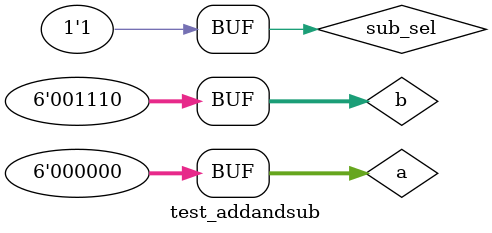
<source format=v>
module test_addandsub;
    reg [5:0] a, b;
    reg sub_cel;
    wire [5:0] result;

    addandsub addandsub(a, b, sum, carry);

    initial begin
                sub_sel=1'b0;   a=6'h2;     b=6'h3;
        #100    sub_sel=1'b0;   a=6'h4;     b=6'h7;
        #100    sub_sel=1'b0;   a=6'h5;     b=6'ha;
        #100    sub_sel=1'b0;   a=6'h6;     b=6'he;
        #100    sub_sel=1'b0;   a=6'hd;     b=6'h9;
        #100    sub_sel=1'b1;   a=6'h6;     b=6'h3;
        #100    sub_sel=1'b1;   a=6'h4;     b=6'h7;
        #100    sub_sel=1'b1;   a=6'ha;     b=6'h5;
        #100    sub_sel=1'b1;   a=6'h6;     b=6'hf;
        #100    sub_sel=1'b1;   a=6'hd;     b=6'h9;
        #100    sub_sel=1'b1;   a=6'h0;     b=6'he;   
    end

    initial begin
        $monitor("%t %b %h %h %h" , $time, sub_cel, a, b, result);
    end
    
endmodule
</source>
